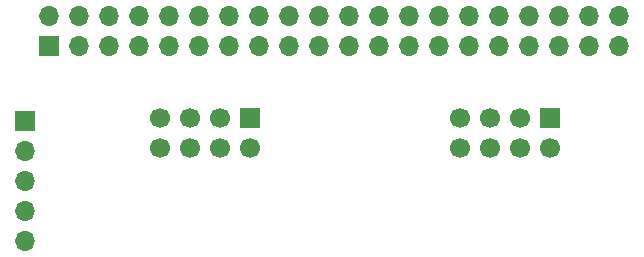
<source format=gbr>
%TF.GenerationSoftware,KiCad,Pcbnew,6.0.8-f2edbf62ab~116~ubuntu20.04.1*%
%TF.CreationDate,2022-11-10T01:37:22-08:00*%
%TF.ProjectId,parthiv_pcb,70617274-6869-4765-9f70-63622e6b6963,rev?*%
%TF.SameCoordinates,Original*%
%TF.FileFunction,Soldermask,Bot*%
%TF.FilePolarity,Negative*%
%FSLAX46Y46*%
G04 Gerber Fmt 4.6, Leading zero omitted, Abs format (unit mm)*
G04 Created by KiCad (PCBNEW 6.0.8-f2edbf62ab~116~ubuntu20.04.1) date 2022-11-10 01:37:22*
%MOMM*%
%LPD*%
G01*
G04 APERTURE LIST*
%ADD10R,1.700000X1.700000*%
%ADD11C,1.700000*%
%ADD12O,1.700000X1.700000*%
G04 APERTURE END LIST*
D10*
%TO.C,U1*%
X119925000Y-75900000D03*
D11*
X119925000Y-78440000D03*
X117385000Y-75900000D03*
X117385000Y-78440000D03*
X114845000Y-75900000D03*
X114845000Y-78440000D03*
X112305000Y-75900000D03*
X112305000Y-78440000D03*
%TD*%
D10*
%TO.C,U2*%
X145325000Y-75900000D03*
D11*
X145325000Y-78440000D03*
X142785000Y-75900000D03*
X142785000Y-78440000D03*
X140245000Y-75900000D03*
X140245000Y-78440000D03*
X137705000Y-75900000D03*
X137705000Y-78440000D03*
%TD*%
D10*
%TO.C,J1*%
X100920000Y-76180000D03*
D12*
X100920000Y-78720000D03*
X100920000Y-81260000D03*
X100920000Y-83800000D03*
X100920000Y-86340000D03*
%TD*%
D10*
%TO.C,J2*%
X102900000Y-69870000D03*
D12*
X102900000Y-67330000D03*
X105440000Y-69870000D03*
X105440000Y-67330000D03*
X107980000Y-69870000D03*
X107980000Y-67330000D03*
X110520000Y-69870000D03*
X110520000Y-67330000D03*
X113060000Y-69870000D03*
X113060000Y-67330000D03*
X115600000Y-69870000D03*
X115600000Y-67330000D03*
X118140000Y-69870000D03*
X118140000Y-67330000D03*
X120680000Y-69870000D03*
X120680000Y-67330000D03*
X123220000Y-69870000D03*
X123220000Y-67330000D03*
X125760000Y-69870000D03*
X125760000Y-67330000D03*
X128300000Y-69870000D03*
X128300000Y-67330000D03*
X130840000Y-69870000D03*
X130840000Y-67330000D03*
X133380000Y-69870000D03*
X133380000Y-67330000D03*
X135920000Y-69870000D03*
X135920000Y-67330000D03*
X138460000Y-69870000D03*
X138460000Y-67330000D03*
X141000000Y-69870000D03*
X141000000Y-67330000D03*
X143540000Y-69870000D03*
X143540000Y-67330000D03*
X146080000Y-69870000D03*
X146080000Y-67330000D03*
X148620000Y-69870000D03*
X148620000Y-67330000D03*
X151160000Y-69870000D03*
X151160000Y-67330000D03*
%TD*%
M02*

</source>
